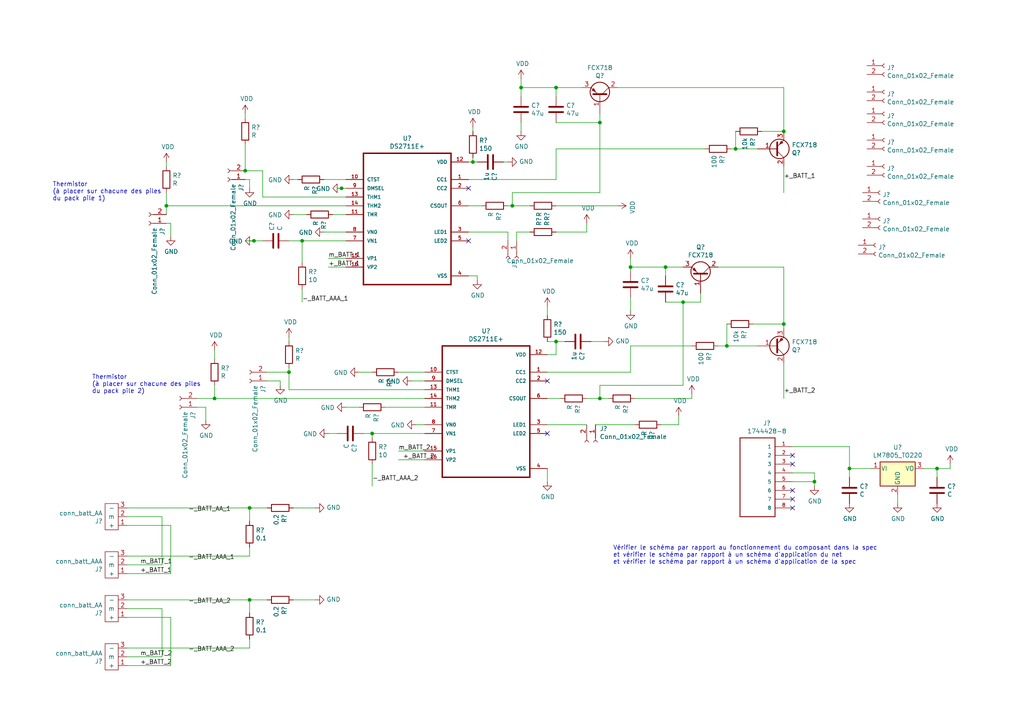
<source format=kicad_sch>
(kicad_sch (version 20211123) (generator eeschema)
  (paper "A4")
  (title_block (title "CharJules") (date "2020-01-08") (rev "V0.1") (company "F4BJH") (comment 1 "Chargeur de piles pour jouets du QRP"))
  (lib_symbols
    (symbol "Connector:Conn_01x02_Female" (pin_names (offset 1.016) hide)
      (property "Reference" "J" (at 0 2.54 0))
      (property "Value" "Conn_01x02_Female" (at 0 -5.08 0))
      (symbol "Conn_01x02_Female_1_1"
        (arc (start 0 -2.032) (mid -0.508 -2.54) (end 0 -3.048) (stroke (width 0.1524)))
        (polyline (pts (xy -1.27 -2.54) (xy -0.508 -2.54)) (stroke (width 0.1524)))
        (polyline (pts (xy -1.27 0) (xy -0.508 0)) (stroke (width 0.1524)))
        (arc (start 0 0.508) (mid -0.508 0) (end 0 -0.508) (stroke (width 0.1524)))
        (pin passive line (at -5.08 0 0) (length 3.81) (name "Pin_1") (number "1"))
        (pin passive line (at -5.08 -2.54 0) (length 3.81) (name "Pin_2") (number "2"))
      )
    )
    (symbol "Device:C" (pin_numbers hide) (pin_names (offset 0.254))
      (property "Reference" "C" (at 0.635 2.54 0))
      (property "Value" "C" (at 0.635 -2.54 0))
      (symbol "C_0_1"
        (polyline (pts (xy -2.032 -0.762) (xy 2.032 -0.762)) (stroke (width 0.508)))
        (polyline (pts (xy -2.032 0.762) (xy 2.032 0.762)) (stroke (width 0.508)))
      )
      (symbol "C_1_1"
        (pin passive line (at 0 3.81 270) (length 2.794) (name "~") (number "1"))
        (pin passive line (at 0 -3.81 90) (length 2.794) (name "~") (number "2"))
      )
    )
    (symbol "Device:R" (pin_numbers hide) (pin_names (offset 0))
      (property "Reference" "R" (at 2.032 0 90))
      (property "Value" "R" (at 0 0 90))
      (symbol "R_0_1"
        (rectangle (start -1.016 -2.54) (end 1.016 2.54) (stroke (width 0.254)))
      )
      (symbol "R_1_1"
        (pin passive line (at 0 3.81 270) (length 1.27) (name "~") (number "1"))
        (pin passive line (at 0 -3.81 90) (length 1.27) (name "~") (number "2"))
      )
    )
    (symbol "Regulator_Linear:LM7805_TO220" (pin_names (offset 0.254))
      (property "Reference" "U" (at -3.81 3.175 0))
      (property "Value" "LM7805_TO220" (at 0 3.175 0))
      (symbol "LM7805_TO220_0_1"
        (rectangle (start -5.08 1.905) (end 5.08 -5.08) (stroke (width 0.254)) (fill (type background)))
      )
      (symbol "LM7805_TO220_1_1"
        (pin power_in line (at -7.62 0 0) (length 2.54) (name "VI") (number "1"))
        (pin power_in line (at 0 -7.62 90) (length 2.54) (name "GND") (number "2"))
        (pin power_out line (at 7.62 0 180) (length 2.54) (name "VO") (number "3"))
      )
    )
    (symbol "charjules-rescue:1744428-8-f4bjh" (pin_names (offset 1.016))
      (property "Reference" "J" (at -5.588 12.7 0))
      (property "Value" "1744428-8-f4bjh" (at -5.08 -12.7 0))
      (symbol "1744428-8-f4bjh_0_0"
        (polyline (pts (xy -5.08 -10.16) (xy -5.08 12.7)) (stroke (width 0.254)))
        (polyline (pts (xy -5.08 12.7) (xy 5.08 12.7)) (stroke (width 0.254)))
        (polyline (pts (xy 5.08 -10.16) (xy -5.08 -10.16)) (stroke (width 0.254)))
        (polyline (pts (xy 5.08 12.7) (xy 5.08 -10.16)) (stroke (width 0.254)))
        (pin passive line (at -10.16 10.16 0) (length 5.08) (name "1") (number "1"))
        (pin passive line (at -10.16 7.62 0) (length 5.08) (name "2") (number "2"))
        (pin passive line (at -10.16 5.08 0) (length 5.08) (name "3") (number "3"))
        (pin passive line (at -10.16 2.54 0) (length 5.08) (name "4") (number "4"))
        (pin passive line (at -10.16 0 0) (length 5.08) (name "5") (number "5"))
        (pin passive line (at -10.16 -2.54 0) (length 5.08) (name "6") (number "6"))
        (pin passive line (at -10.16 -5.08 0) (length 5.08) (name "7") (number "7"))
        (pin passive line (at -10.16 -7.62 0) (length 5.08) (name "8") (number "8"))
      )
    )
    (symbol "charjules-rescue:DS2711E+-f4bjh" (pin_names (offset 1.016))
      (property "Reference" "U" (at -12.7 21.3106 0))
      (property "Value" "DS2711E+-f4bjh" (at -12.7 -21.7678 0))
      (symbol "DS2711E+-f4bjh_0_0"
        (polyline (pts (xy -12.7 -17.78) (xy -12.7 20.32)) (stroke (width 0.4064)))
        (polyline (pts (xy -12.7 20.32) (xy 12.7 20.32)) (stroke (width 0.4064)))
        (polyline (pts (xy 12.7 -17.78) (xy -12.7 -17.78)) (stroke (width 0.4064)))
        (polyline (pts (xy 12.7 20.32) (xy 12.7 -17.78)) (stroke (width 0.4064)))
        (pin output line (at 17.78 12.7 180) (length 5.08) (name "CC1") (number "1"))
        (pin input line (at -17.78 12.7 0) (length 5.08) (name "CTST") (number "10"))
        (pin input line (at -17.78 2.54 0) (length 5.08) (name "TMR") (number "11"))
        (pin power_in line (at 17.78 17.78 180) (length 5.08) (name "VDD") (number "12"))
        (pin input line (at -17.78 7.62 0) (length 5.08) (name "THM1") (number "13"))
        (pin input line (at -17.78 5.08 0) (length 5.08) (name "THM2") (number "14"))
        (pin input line (at -17.78 -10.16 0) (length 5.08) (name "VP1") (number "15"))
        (pin input line (at -17.78 -12.7 0) (length 5.08) (name "VP2") (number "16"))
        (pin output line (at 17.78 10.16 180) (length 5.08) (name "CC2") (number "2"))
        (pin output line (at 17.78 -2.54 180) (length 5.08) (name "LED1") (number "3"))
        (pin power_in line (at 17.78 -15.24 180) (length 5.08) (name "VSS") (number "4"))
        (pin output line (at 17.78 -5.08 180) (length 5.08) (name "LED2") (number "5"))
        (pin output line (at 17.78 5.08 180) (length 5.08) (name "CSOUT") (number "6"))
        (pin input line (at -17.78 -5.08 0) (length 5.08) (name "VN1") (number "7"))
        (pin input line (at -17.78 -2.54 0) (length 5.08) (name "VN0") (number "8"))
        (pin input line (at -17.78 10.16 0) (length 5.08) (name "DMSEL") (number "9"))
      )
    )
    (symbol "charjules-rescue:FCX718-f4bjh" (pin_names (offset 0) hide)
      (property "Reference" "Q" (at 5.08 1.27 0))
      (property "Value" "FCX718-f4bjh" (at 5.08 -1.27 0))
      (symbol "FCX718-f4bjh_0_1"
        (polyline (pts (xy 0.635 0.635) (xy 2.54 2.54)))
        (polyline (pts (xy 0.635 -0.635) (xy 2.54 -2.54) (xy 2.54 -2.54)))
        (polyline (pts (xy 0.635 1.905) (xy 0.635 -1.905) (xy 0.635 -1.905)) (stroke (width 0.508)))
        (polyline (pts (xy 2.286 -1.778) (xy 1.778 -2.286) (xy 1.27 -1.27) (xy 2.286 -1.778) (xy 2.286 -1.778)) (fill (type outline)))
        (circle (center 1.27 0) (radius 2.8194) (stroke (width 0.254)))
      )
      (symbol "FCX718-f4bjh_1_1"
        (pin input line (at -5.08 0 0) (length 5.715) (name "B") (number "1"))
        (pin passive line (at 2.54 5.08 270) (length 2.54) (name "C") (number "2"))
        (pin passive line (at 2.54 -5.08 90) (length 2.54) (name "E") (number "3"))
      )
    )
    (symbol "charjules-rescue:conn_batt_AA-f4bjh" (pin_names (offset 1.016))
      (property "Reference" "J" (at 1.27 -10.16 0))
      (property "Value" "conn_batt_AA-f4bjh" (at 2.54 1.27 0))
      (symbol "conn_batt_AA-f4bjh_0_1"
        (rectangle (start 0 -1.27) (end 3.81 -8.89))
      )
      (symbol "conn_batt_AA-f4bjh_1_1"
        (pin passive line (at -2.54 -2.54 0) (length 2.54) (name "+") (number "1"))
        (pin passive line (at -2.54 -5.08 0) (length 2.54) (name "m") (number "2"))
        (pin passive line (at -2.54 -7.62 0) (length 2.54) (name "-") (number "3"))
      )
    )
    (symbol "charjules-rescue:conn_batt_AAA-f4bjh" (pin_names (offset 1.016))
      (property "Reference" "J" (at 1.27 -10.16 0))
      (property "Value" "conn_batt_AAA-f4bjh" (at 2.54 1.27 0))
      (symbol "conn_batt_AAA-f4bjh_0_1"
        (rectangle (start 0 -1.27) (end 3.81 -8.89))
      )
      (symbol "conn_batt_AAA-f4bjh_1_1"
        (pin passive line (at -2.54 -2.54 0) (length 2.54) (name "+") (number "1"))
        (pin passive line (at -2.54 -5.08 0) (length 2.54) (name "m") (number "2"))
        (pin passive line (at -2.54 -7.62 0) (length 2.54) (name "-") (number "3"))
      )
    )
    (symbol "power:GND" (power) (pin_names (offset 0))
      (property "Value" "GND" (at 0 -3.81 0))
      (symbol "GND_0_1"
        (polyline (pts (xy 0 0) (xy 0 -1.27) (xy 1.27 -1.27) (xy 0 -2.54) (xy -1.27 -1.27) (xy 0 -1.27)))
      )
      (symbol "GND_1_1"
        (pin power_in line (at 0 0 270) (length 0) hide (name "GND") (number "1"))
      )
    )
    (symbol "power:VDD" (power) (pin_names (offset 0))
      (property "Value" "VDD" (at 0 3.81 0))
      (symbol "VDD_0_1"
        (polyline (pts (xy -0.762 1.27) (xy 0 2.54)))
        (polyline (pts (xy 0 0) (xy 0 2.54)))
        (polyline (pts (xy 0 2.54) (xy 0.762 1.27)))
      )
      (symbol "VDD_1_1"
        (pin power_in line (at 0 0 90) (length 0) hide (name "VDD") (number "1"))
      )
    )
  )
  (junction (at 72.39 147.32))
  (junction (at 62.23 115.57))
  (junction (at 213.36 43.18))
  (junction (at 161.29 99.06))
  (junction (at 271.78 135.89))
  (junction (at 72.39 173.99))
  (junction (at 107.95 125.73))
  (junction (at 236.22 139.7))
  (junction (at 198.12 87.63))
  (junction (at 227.33 38.1))
  (junction (at 246.38 135.89))
  (junction (at 193.04 77.47))
  (junction (at 148.59 59.69))
  (junction (at 151.13 25.4))
  (junction (at 71.12 49.53))
  (junction (at 227.33 93.98))
  (junction (at 87.63 69.85))
  (junction (at 210.82 100.33))
  (junction (at 99.06 54.61))
  (junction (at 182.88 77.47))
  (junction (at 48.26 59.69))
  (junction (at 137.16 46.99))
  (junction (at 73.66 69.85))
  (junction (at 173.99 35.56))
  (junction (at 161.29 25.4))
  (junction (at 83.82 107.95))
  (junction (at 173.99 115.57))
  (no_connect (at 135.89 54.61))
  (no_connect (at 158.75 125.73))
  (no_connect (at 229.87 132.08))
  (no_connect (at 229.87 144.78))
  (no_connect (at 135.89 69.85))
  (no_connect (at 229.87 147.32))
  (no_connect (at 229.87 142.24))
  (no_connect (at 158.75 110.49))
  (no_connect (at 229.87 134.62))
  (wire (pts (xy 49.53 179.07) (xy 49.53 193.04)))
  (wire (pts (xy 85.09 62.23) (xy 88.9 62.23)))
  (wire (pts (xy 115.57 107.95) (xy 123.19 107.95)))
  (wire (pts (xy 59.69 118.11) (xy 59.69 121.92)))
  (wire (pts (xy 191.77 123.19) (xy 196.85 123.19)))
  (wire (pts (xy 149.86 69.85) (xy 149.86 67.31)))
  (wire (pts (xy 267.97 135.89) (xy 271.78 135.89)))
  (wire (pts (xy 57.15 115.57) (xy 62.23 115.57)))
  (wire (pts (xy 193.04 87.63) (xy 198.12 87.63)))
  (wire (pts (xy 158.75 107.95) (xy 182.88 107.95)))
  (wire (pts (xy 170.18 115.57) (xy 173.99 115.57)))
  (wire (pts (xy 36.83 161.29) (xy 72.39 161.29)))
  (wire (pts (xy 179.07 25.4) (xy 227.33 25.4)))
  (wire (pts (xy 227.33 93.98) (xy 227.33 95.25)))
  (wire (pts (xy 229.87 129.54) (xy 246.38 129.54)))
  (wire (pts (xy 182.88 77.47) (xy 182.88 78.74)))
  (wire (pts (xy 46.99 149.86) (xy 46.99 163.83)))
  (wire (pts (xy 71.12 33.02) (xy 71.12 34.29)))
  (wire (pts (xy 227.33 105.41) (xy 227.33 115.57)))
  (wire (pts (xy 173.99 35.56) (xy 173.99 55.88)))
  (wire (pts (xy 105.41 125.73) (xy 107.95 125.73)))
  (wire (pts (xy 158.75 135.89) (xy 158.75 139.7)))
  (wire (pts (xy 107.95 127) (xy 107.95 125.73)))
  (wire (pts (xy 161.29 59.69) (xy 179.07 59.69)))
  (wire (pts (xy 100.33 118.11) (xy 104.14 118.11)))
  (wire (pts (xy 46.99 176.53) (xy 46.99 190.5)))
  (wire (pts (xy 173.99 115.57) (xy 176.53 115.57)))
  (wire (pts (xy 210.82 93.98) (xy 210.82 100.33)))
  (wire (pts (xy 76.2 57.15) (xy 76.2 49.53)))
  (wire (pts (xy 72.39 173.99) (xy 72.39 177.8)))
  (wire (pts (xy 182.88 107.95) (xy 182.88 100.33)))
  (wire (pts (xy 83.82 107.95) (xy 83.82 113.03)))
  (wire (pts (xy 229.87 139.7) (xy 236.22 139.7)))
  (wire (pts (xy 158.75 102.87) (xy 161.29 102.87)))
  (wire (pts (xy 161.29 99.06) (xy 163.83 99.06)))
  (wire (pts (xy 193.04 77.47) (xy 198.12 77.47)))
  (wire (pts (xy 123.19 130.81) (xy 115.57 130.81)))
  (wire (pts (xy 62.23 115.57) (xy 62.23 111.76)))
  (wire (pts (xy 149.86 67.31) (xy 153.67 67.31)))
  (wire (pts (xy 72.39 52.07) (xy 72.39 54.61)))
  (wire (pts (xy 36.83 187.96) (xy 72.39 187.96)))
  (wire (pts (xy 229.87 137.16) (xy 236.22 137.16)))
  (wire (pts (xy 246.38 135.89) (xy 252.73 135.89)))
  (wire (pts (xy 182.88 74.93) (xy 182.88 77.47)))
  (wire (pts (xy 36.83 173.99) (xy 72.39 173.99)))
  (wire (pts (xy 48.26 59.69) (xy 100.33 59.69)))
  (wire (pts (xy 227.33 77.47) (xy 227.33 93.98)))
  (wire (pts (xy 200.66 115.57) (xy 200.66 114.3)))
  (wire (pts (xy 76.2 49.53) (xy 71.12 49.53)))
  (wire (pts (xy 198.12 111.76) (xy 198.12 87.63)))
  (wire (pts (xy 135.89 52.07) (xy 161.29 52.07)))
  (wire (pts (xy 96.52 62.23) (xy 100.33 62.23)))
  (wire (pts (xy 104.14 107.95) (xy 107.95 107.95)))
  (wire (pts (xy 49.53 152.4) (xy 49.53 166.37)))
  (wire (pts (xy 212.09 43.18) (xy 213.36 43.18)))
  (wire (pts (xy 161.29 52.07) (xy 161.29 43.18)))
  (wire (pts (xy 147.32 59.69) (xy 148.59 59.69)))
  (wire (pts (xy 193.04 80.01) (xy 193.04 77.47)))
  (wire (pts (xy 148.59 55.88) (xy 173.99 55.88)))
  (wire (pts (xy 85.09 173.99) (xy 91.44 173.99)))
  (wire (pts (xy 151.13 25.4) (xy 161.29 25.4)))
  (wire (pts (xy 81.28 110.49) (xy 81.28 111.76)))
  (wire (pts (xy 57.15 118.11) (xy 59.69 118.11)))
  (wire (pts (xy 158.75 123.19) (xy 170.18 123.19)))
  (wire (pts (xy 182.88 86.36) (xy 182.88 90.17)))
  (wire (pts (xy 161.29 25.4) (xy 168.91 25.4)))
  (wire (pts (xy 184.15 115.57) (xy 200.66 115.57)))
  (wire (pts (xy 246.38 129.54) (xy 246.38 135.89)))
  (wire (pts (xy 95.25 74.93) (xy 100.33 74.93)))
  (wire (pts (xy 123.19 133.35) (xy 115.57 133.35)))
  (wire (pts (xy 111.76 118.11) (xy 123.19 118.11)))
  (wire (pts (xy 146.05 46.99) (xy 147.32 46.99)))
  (wire (pts (xy 120.65 123.19) (xy 123.19 123.19)))
  (wire (pts (xy 171.45 99.06) (xy 175.26 99.06)))
  (wire (pts (xy 170.18 67.31) (xy 170.18 64.77)))
  (wire (pts (xy 213.36 38.1) (xy 213.36 43.18)))
  (wire (pts (xy 148.59 59.69) (xy 153.67 59.69)))
  (wire (pts (xy 246.38 138.43) (xy 246.38 135.89)))
  (wire (pts (xy 36.83 147.32) (xy 72.39 147.32)))
  (wire (pts (xy 107.95 134.62) (xy 107.95 140.97)))
  (wire (pts (xy 203.2 87.63) (xy 203.2 85.09)))
  (wire (pts (xy 87.63 69.85) (xy 100.33 69.85)))
  (wire (pts (xy 87.63 76.2) (xy 87.63 69.85)))
  (wire (pts (xy 85.09 147.32) (xy 91.44 147.32)))
  (wire (pts (xy 46.99 176.53) (xy 36.83 176.53)))
  (wire (pts (xy 73.66 69.85) (xy 71.12 69.85)))
  (wire (pts (xy 77.47 107.95) (xy 83.82 107.95)))
  (wire (pts (xy 227.33 25.4) (xy 227.33 38.1)))
  (wire (pts (xy 93.98 67.31) (xy 100.33 67.31)))
  (wire (pts (xy 213.36 43.18) (xy 219.71 43.18)))
  (wire (pts (xy 135.89 59.69) (xy 139.7 59.69)))
  (wire (pts (xy 138.43 80.01) (xy 138.43 81.28)))
  (wire (pts (xy 275.59 135.89) (xy 275.59 134.62)))
  (wire (pts (xy 72.39 173.99) (xy 77.47 173.99)))
  (wire (pts (xy 72.39 161.29) (xy 72.39 158.75)))
  (wire (pts (xy 137.16 46.99) (xy 138.43 46.99)))
  (wire (pts (xy 72.39 187.96) (xy 72.39 185.42)))
  (wire (pts (xy 208.28 100.33) (xy 210.82 100.33)))
  (wire (pts (xy 49.53 179.07) (xy 36.83 179.07)))
  (wire (pts (xy 236.22 139.7) (xy 236.22 140.97)))
  (wire (pts (xy 62.23 115.57) (xy 123.19 115.57)))
  (wire (pts (xy 210.82 100.33) (xy 219.71 100.33)))
  (wire (pts (xy 46.99 149.86) (xy 36.83 149.86)))
  (wire (pts (xy 148.59 59.69) (xy 148.59 55.88)))
  (wire (pts (xy 173.99 111.76) (xy 198.12 111.76)))
  (wire (pts (xy 208.28 77.47) (xy 227.33 77.47)))
  (wire (pts (xy 48.26 46.99) (xy 48.26 48.26)))
  (wire (pts (xy 100.33 77.47) (xy 95.25 77.47)))
  (wire (pts (xy 83.82 69.85) (xy 87.63 69.85)))
  (wire (pts (xy 158.75 99.06) (xy 161.29 99.06)))
  (wire (pts (xy 151.13 35.56) (xy 151.13 38.1)))
  (wire (pts (xy 260.35 143.51) (xy 260.35 146.05)))
  (wire (pts (xy 49.53 64.77) (xy 49.53 68.58)))
  (wire (pts (xy 46.99 163.83) (xy 36.83 163.83)))
  (wire (pts (xy 196.85 123.19) (xy 196.85 120.65)))
  (wire (pts (xy 147.32 69.85) (xy 147.32 67.31)))
  (wire (pts (xy 158.75 88.9) (xy 158.75 91.44)))
  (wire (pts (xy 72.39 147.32) (xy 77.47 147.32)))
  (wire (pts (xy 227.33 48.26) (xy 227.33 55.88)))
  (wire (pts (xy 93.98 52.07) (xy 100.33 52.07)))
  (wire (pts (xy 48.26 62.23) (xy 48.26 59.69)))
  (wire (pts (xy 48.26 55.88) (xy 48.26 59.69)))
  (wire (pts (xy 271.78 138.43) (xy 271.78 135.89)))
  (wire (pts (xy 72.39 147.32) (xy 72.39 151.13)))
  (wire (pts (xy 218.44 93.98) (xy 227.33 93.98)))
  (wire (pts (xy 161.29 43.18) (xy 204.47 43.18)))
  (wire (pts (xy 158.75 115.57) (xy 162.56 115.57)))
  (wire (pts (xy 147.32 67.31) (xy 135.89 67.31)))
  (wire (pts (xy 172.72 123.19) (xy 184.15 123.19)))
  (wire (pts (xy 236.22 137.16) (xy 236.22 139.7)))
  (wire (pts (xy 151.13 22.86) (xy 151.13 25.4)))
  (wire (pts (xy 99.06 54.61) (xy 100.33 54.61)))
  (wire (pts (xy 137.16 38.1) (xy 137.16 36.83)))
  (wire (pts (xy 97.79 54.61) (xy 99.06 54.61)))
  (wire (pts (xy 161.29 102.87) (xy 161.29 99.06)))
  (wire (pts (xy 151.13 27.94) (xy 151.13 25.4)))
  (wire (pts (xy 62.23 104.14) (xy 62.23 101.6)))
  (wire (pts (xy 198.12 87.63) (xy 203.2 87.63)))
  (wire (pts (xy 100.33 57.15) (xy 76.2 57.15)))
  (wire (pts (xy 161.29 35.56) (xy 173.99 35.56)))
  (wire (pts (xy 135.89 46.99) (xy 137.16 46.99)))
  (wire (pts (xy 182.88 100.33) (xy 200.66 100.33)))
  (wire (pts (xy 161.29 27.94) (xy 161.29 25.4)))
  (wire (pts (xy 119.38 110.49) (xy 123.19 110.49)))
  (wire (pts (xy 49.53 166.37) (xy 36.83 166.37)))
  (wire (pts (xy 71.12 41.91) (xy 71.12 49.53)))
  (wire (pts (xy 220.98 38.1) (xy 227.33 38.1)))
  (wire (pts (xy 83.82 106.68) (xy 83.82 107.95)))
  (wire (pts (xy 85.09 52.07) (xy 86.36 52.07)))
  (wire (pts (xy 49.53 152.4) (xy 36.83 152.4)))
  (wire (pts (xy 161.29 67.31) (xy 170.18 67.31)))
  (wire (pts (xy 182.88 77.47) (xy 193.04 77.47)))
  (wire (pts (xy 48.26 64.77) (xy 49.53 64.77)))
  (wire (pts (xy 49.53 193.04) (xy 36.83 193.04)))
  (wire (pts (xy 83.82 113.03) (xy 123.19 113.03)))
  (wire (pts (xy 71.12 52.07) (xy 72.39 52.07)))
  (wire (pts (xy 173.99 115.57) (xy 173.99 111.76)))
  (wire (pts (xy 135.89 80.01) (xy 138.43 80.01)))
  (wire (pts (xy 107.95 125.73) (xy 123.19 125.73)))
  (wire (pts (xy 137.16 45.72) (xy 137.16 46.99)))
  (wire (pts (xy 271.78 135.89) (xy 275.59 135.89)))
  (wire (pts (xy 46.99 190.5) (xy 36.83 190.5)))
  (wire (pts (xy 95.25 125.73) (xy 97.79 125.73)))
  (wire (pts (xy 173.99 35.56) (xy 173.99 33.02)))
  (wire (pts (xy 87.63 83.82) (xy 87.63 87.63)))
  (wire (pts (xy 77.47 110.49) (xy 81.28 110.49)))
  (wire (pts (xy 76.2 69.85) (xy 73.66 69.85)))
  (wire (pts (xy 83.82 99.06) (xy 83.82 97.79)))
  (text "Vérifier le schéma par rapport au fonctionnement du composant dans la spec\net vérifier le schéma par rapport à un schéma d'application du net\net vérifier le schéma par rapport à un schéma d'application de la spec" (at 177.8 163.83 0) (effects (font (size 1.27 1.27)) (justify left bottom)))
  (text "Thermistor \n(à placer sur chacune des piles\ndu pack pile 1)" (at 15.24 58.42 0) (effects (font (size 1.27 1.27)) (justify left bottom)))
  (text "Thermistor \n(à placer sur chacune des piles\ndu pack pile 2)" (at 26.67 114.3 0) (effects (font (size 1.27 1.27)) (justify left bottom)))
  (label "-_BATT_AAA_1" (at 87.63 87.63 0))
  (label "-_BATT_AA_2" (at 54.61 175.26 0))
  (label "+_BATT_1" (at 227.33 52.07 0))
  (label "-_BATT_AAA_2" (at 107.95 139.7 0))
  (label "-_BATT_AAA_1" (at 54.61 162.56 0))
  (label "+_BATT_2" (at 227.33 114.3 0))
  (label "m_BATT_1" (at 40.64 163.83 0))
  (label "m_BATT_2" (at 40.64 190.5 0))
  (label "-_BATT_AA_1" (at 54.61 148.59 0))
  (label "+_BATT_2" (at 116.84 133.35 0))
  (label "+_BATT_1" (at 40.64 166.37 0))
  (label "+_BATT_2" (at 40.64 193.04 0))
  (label "m_BATT_1" (at 95.25 74.93 0))
  (label "+_BATT_1" (at 95.25 77.47 0))
  (label "m_BATT_2" (at 115.57 130.81 0))
  (label "-_BATT_AAA_2" (at 54.61 189.23 0))
  (symbol (lib_id "charjules-rescue:DS2711E+-f4bjh") (at 118.11 64.77 0) (unit 1)
    (property "Reference" "U?" (at 118.11 40.132 0))
    (property "Value" "DS2711E+" (at 118.11 42.4434 0))
    (property "Footprint" "SOP65P640X110-16N" (effects hide))
    (property "Datasheet" "TSSOP-16 Maxim" (effects hide))
    (property "Champ4" "Maxim Integrated" (effects hide))
    (property "Champ5" "Charger IC Multi-Chemistry 16-TSSOP" (effects hide))
    (property "Champ6" "DS2711E+-ND" (effects hide))
    (property "Champ7" "DS2711E+" (effects hide))
    (property "Champ8" "https://www.digikey.in/product-detail/en/maxim-integrated/DS2711E-/DS2711E--ND/1197468?utm_source=snapeda&utm_medium=aggregator&utm_campaign=symbol" (effects hide))
  )
  (symbol (lib_id "charjules-rescue:DS2711E+-f4bjh") (at 140.97 120.65 0) (unit 1)
    (property "Reference" "U?" (at 140.97 96.012 0))
    (property "Value" "DS2711E+" (at 140.97 98.3234 0))
    (property "Footprint" "SOP65P640X110-16N" (effects hide))
    (property "Datasheet" "TSSOP-16 Maxim" (effects hide))
    (property "Champ4" "Maxim Integrated" (effects hide))
    (property "Champ5" "Charger IC Multi-Chemistry 16-TSSOP" (effects hide))
    (property "Champ6" "DS2711E+-ND" (effects hide))
    (property "Champ7" "DS2711E+" (effects hide))
    (property "Champ8" "https://www.digikey.in/product-detail/en/maxim-integrated/DS2711E-/DS2711E--ND/1197468?utm_source=snapeda&utm_medium=aggregator&utm_campaign=symbol" (effects hide))
  )
  (symbol (lib_id "Device:R") (at 137.16 41.91 0) (unit 1)
    (property "Reference" "R?" (at 138.938 40.7416 0) (effects (justify left)))
    (property "Value" "150" (at 138.938 43.053 0) (effects (justify left)))
  )
  (symbol (lib_id "Device:R") (at 87.63 80.01 0) (unit 1)
    (property "Reference" "R?" (at 89.408 78.8416 0) (effects (justify left)))
    (property "Value" "10" (at 89.408 81.153 0) (effects (justify left)))
  )
  (symbol (lib_id "Device:R") (at 92.71 62.23 270) (unit 1)
    (property "Reference" "R?" (at 93.8784 64.008 0) (effects (justify left)))
    (property "Value" "R" (at 91.567 64.008 0) (effects (justify left)))
  )
  (symbol (lib_id "Device:R") (at 90.17 52.07 270) (unit 1)
    (property "Reference" "R?" (at 91.3384 53.848 0) (effects (justify left)))
    (property "Value" "R" (at 89.027 53.848 0) (effects (justify left)))
  )
  (symbol (lib_id "Device:R") (at 71.12 38.1 0) (unit 1)
    (property "Reference" "R?" (at 72.898 36.9316 0) (effects (justify left)))
    (property "Value" "R" (at 72.898 39.243 0) (effects (justify left)))
  )
  (symbol (lib_id "Device:R") (at 48.26 52.07 0) (unit 1)
    (property "Reference" "R?" (at 50.038 50.9016 0) (effects (justify left)))
    (property "Value" "R" (at 50.038 53.213 0) (effects (justify left)))
  )
  (symbol (lib_id "Device:R") (at 157.48 67.31 90) (unit 1)
    (property "Reference" "R?" (at 156.3116 65.532 0) (effects (justify left)))
    (property "Value" "R" (at 158.623 65.532 0) (effects (justify left)))
  )
  (symbol (lib_id "Device:R") (at 157.48 59.69 270) (unit 1)
    (property "Reference" "R?" (at 158.6484 61.468 0) (effects (justify left)))
    (property "Value" "R" (at 156.337 61.468 0) (effects (justify left)))
  )
  (symbol (lib_id "Device:R") (at 143.51 59.69 270) (unit 1)
    (property "Reference" "R?" (at 144.6784 61.468 0) (effects (justify left)))
    (property "Value" "R" (at 142.367 61.468 0) (effects (justify left)))
  )
  (symbol (lib_id "Device:R") (at 217.17 38.1 270) (unit 1)
    (property "Reference" "R?" (at 218.3384 39.878 0) (effects (justify left)))
    (property "Value" "10k" (at 216.027 39.878 0) (effects (justify left)))
  )
  (symbol (lib_id "Device:R") (at 208.28 43.18 270) (unit 1)
    (property "Reference" "R?" (at 209.4484 44.958 0) (effects (justify left)))
    (property "Value" "100" (at 207.137 44.958 0) (effects (justify left)))
  )
  (symbol (lib_id "Device:R") (at 72.39 154.94 0) (unit 1)
    (property "Reference" "R?" (at 74.168 153.7716 0) (effects (justify left)))
    (property "Value" "0.1" (at 74.168 156.083 0) (effects (justify left)))
  )
  (symbol (lib_id "Device:R") (at 81.28 147.32 270) (unit 1)
    (property "Reference" "R?" (at 82.4484 149.098 0) (effects (justify left)))
    (property "Value" "0.2" (at 80.137 149.098 0) (effects (justify left)))
  )
  (symbol (lib_id "Device:R") (at 204.47 100.33 270) (unit 1)
    (property "Reference" "R?" (at 205.6384 102.108 0) (effects (justify left)))
    (property "Value" "100" (at 203.327 102.108 0) (effects (justify left)))
  )
  (symbol (lib_id "Device:R") (at 180.34 115.57 270) (unit 1)
    (property "Reference" "R?" (at 181.5084 117.348 0) (effects (justify left)))
    (property "Value" "R" (at 179.197 117.348 0) (effects (justify left)))
  )
  (symbol (lib_id "Device:R") (at 83.82 102.87 0) (unit 1)
    (property "Reference" "R?" (at 85.598 101.7016 0) (effects (justify left)))
    (property "Value" "R" (at 85.598 104.013 0) (effects (justify left)))
  )
  (symbol (lib_id "Device:R") (at 62.23 107.95 0) (unit 1)
    (property "Reference" "R?" (at 64.008 106.7816 0) (effects (justify left)))
    (property "Value" "R" (at 64.008 109.093 0) (effects (justify left)))
  )
  (symbol (lib_id "Device:R") (at 214.63 93.98 270) (unit 1)
    (property "Reference" "R?" (at 215.7984 95.758 0) (effects (justify left)))
    (property "Value" "10k" (at 213.487 95.758 0) (effects (justify left)))
  )
  (symbol (lib_id "Device:R") (at 158.75 95.25 0) (unit 1)
    (property "Reference" "R?" (at 160.528 94.0816 0) (effects (justify left)))
    (property "Value" "150" (at 160.528 96.393 0) (effects (justify left)))
  )
  (symbol (lib_id "Device:R") (at 166.37 115.57 270) (unit 1)
    (property "Reference" "R?" (at 167.5384 117.348 0) (effects (justify left)))
    (property "Value" "R" (at 165.227 117.348 0) (effects (justify left)))
  )
  (symbol (lib_id "Device:R") (at 187.96 123.19 270) (unit 1)
    (property "Reference" "R?" (at 189.1284 124.968 0) (effects (justify left)))
    (property "Value" "R" (at 186.817 124.968 0) (effects (justify left)))
  )
  (symbol (lib_id "Device:R") (at 107.95 118.11 270) (unit 1)
    (property "Reference" "R?" (at 109.1184 119.888 0) (effects (justify left)))
    (property "Value" "R" (at 106.807 119.888 0) (effects (justify left)))
  )
  (symbol (lib_id "Device:R") (at 107.95 130.81 0) (unit 1)
    (property "Reference" "R?" (at 109.728 129.6416 0) (effects (justify left)))
    (property "Value" "10" (at 109.728 131.953 0) (effects (justify left)))
  )
  (symbol (lib_id "Device:R") (at 111.76 107.95 270) (unit 1)
    (property "Reference" "R?" (at 112.9284 109.728 0) (effects (justify left)))
    (property "Value" "R" (at 110.617 109.728 0) (effects (justify left)))
  )
  (symbol (lib_id "charjules-rescue:FCX718-f4bjh") (at 173.99 27.94 270) (mirror x) (unit 1)
    (property "Reference" "Q?" (at 173.99 21.971 90))
    (property "Value" "FCX718" (at 173.99 19.6596 90))
  )
  (symbol (lib_id "power:GND") (at 138.43 81.28 0) (unit 1)
    (property "Reference" "#PWR?" (effects hide))
    (property "Value" "GND" (at 138.557 85.6742 0))
  )
  (symbol (lib_id "power:GND") (at 158.75 139.7 0) (unit 1)
    (property "Reference" "#PWR?" (effects hide))
    (property "Value" "GND" (at 158.877 144.0942 0))
  )
  (symbol (lib_id "charjules-rescue:FCX718-f4bjh") (at 224.79 43.18 0) (mirror x) (unit 1)
    (property "Reference" "Q?" (at 229.6414 44.3484 0) (effects (justify left)))
    (property "Value" "FCX718" (at 229.6414 42.037 0) (effects (justify left)))
  )
  (symbol (lib_id "power:VDD") (at 137.16 36.83 0) (unit 1)
    (property "Reference" "#PWR?" (effects hide))
    (property "Value" "VDD" (at 137.5918 32.4358 0))
  )
  (symbol (lib_id "power:VDD") (at 158.75 88.9 0) (unit 1)
    (property "Reference" "#PWR?" (effects hide))
    (property "Value" "VDD" (at 159.1818 84.5058 0))
  )
  (symbol (lib_id "Device:C") (at 182.88 82.55 0) (unit 1)
    (property "Reference" "C?" (at 185.801 81.3816 0) (effects (justify left)))
    (property "Value" "47u" (at 185.801 83.693 0) (effects (justify left)))
  )
  (symbol (lib_id "Device:C") (at 193.04 83.82 0) (unit 1)
    (property "Reference" "C?" (at 195.961 82.6516 0) (effects (justify left)))
    (property "Value" "47u" (at 195.961 84.963 0) (effects (justify left)))
  )
  (symbol (lib_id "Device:C") (at 167.64 99.06 270) (unit 1)
    (property "Reference" "C?" (at 168.8084 101.981 0) (effects (justify left)))
    (property "Value" "1u" (at 166.497 101.981 0) (effects (justify left)))
  )
  (symbol (lib_id "Device:C") (at 101.6 125.73 270) (unit 1)
    (property "Reference" "C?" (at 102.7684 128.651 0) (effects (justify left)))
    (property "Value" "C" (at 100.457 128.651 0) (effects (justify left)))
  )
  (symbol (lib_id "charjules-rescue:FCX718-f4bjh") (at 224.79 100.33 0) (mirror x) (unit 1)
    (property "Reference" "Q?" (at 229.6414 101.4984 0) (effects (justify left)))
    (property "Value" "FCX718" (at 229.6414 99.187 0) (effects (justify left)))
  )
  (symbol (lib_id "Device:C") (at 271.78 142.24 0) (unit 1)
    (property "Reference" "C?" (at 274.701 141.0716 0) (effects (justify left)))
    (property "Value" "C" (at 274.701 143.383 0) (effects (justify left)))
  )
  (symbol (lib_id "charjules-rescue:FCX718-f4bjh") (at 203.2 80.01 270) (mirror x) (unit 1)
    (property "Reference" "Q?" (at 203.2 71.6788 90))
    (property "Value" "FCX718" (at 203.2 73.9902 90))
  )
  (symbol (lib_id "Device:C") (at 161.29 31.75 0) (unit 1)
    (property "Reference" "C?" (at 164.211 30.5816 0) (effects (justify left)))
    (property "Value" "47u" (at 164.211 32.893 0) (effects (justify left)))
  )
  (symbol (lib_id "Device:C") (at 142.24 46.99 270) (unit 1)
    (property "Reference" "C?" (at 143.4084 49.911 0) (effects (justify left)))
    (property "Value" "1u" (at 141.097 49.911 0) (effects (justify left)))
  )
  (symbol (lib_id "Device:C") (at 80.01 69.85 90) (unit 1)
    (property "Reference" "C?" (at 78.8416 66.929 0) (effects (justify left)))
    (property "Value" "C" (at 81.153 66.929 0) (effects (justify left)))
  )
  (symbol (lib_id "Device:C") (at 151.13 31.75 0) (unit 1)
    (property "Reference" "C?" (at 154.051 30.5816 0) (effects (justify left)))
    (property "Value" "47u" (at 154.051 32.893 0) (effects (justify left)))
  )
  (symbol (lib_id "Device:C") (at 246.38 142.24 0) (unit 1)
    (property "Reference" "C?" (at 249.301 141.0716 0) (effects (justify left)))
    (property "Value" "C" (at 249.301 143.383 0) (effects (justify left)))
  )
  (symbol (lib_id "power:VDD") (at 151.13 22.86 0) (unit 1)
    (property "Reference" "#PWR?" (effects hide))
    (property "Value" "VDD" (at 151.5618 18.4658 0))
  )
  (symbol (lib_id "Regulator_Linear:LM7805_TO220") (at 260.35 135.89 0) (unit 1)
    (property "Reference" "U?" (at 260.35 129.7432 0))
    (property "Value" "LM7805_TO220" (at 260.35 132.0546 0))
    (property "Footprint" "Package_TO_SOT_THT:TO-220-3_Vertical" (effects hide))
    (property "Datasheet" "http://www.fairchildsemi.com/ds/LM/LM7805.pdf" (effects hide))
  )
  (symbol (lib_id "power:VDD") (at 275.59 134.62 0) (unit 1)
    (property "Reference" "#PWR?" (effects hide))
    (property "Value" "VDD" (at 276.0218 130.2258 0))
  )
  (symbol (lib_id "charjules-rescue:conn_batt_AAA-f4bjh") (at 34.29 168.91 180) (unit 1)
    (property "Reference" "J?" (at 29.7688 165.1254 0) (effects (justify left)))
    (property "Value" "conn_batt_AAA" (at 29.7688 162.814 0) (effects (justify left)))
  )
  (symbol (lib_id "charjules-rescue:conn_batt_AA-f4bjh") (at 34.29 154.94 180) (unit 1)
    (property "Reference" "J?" (at 29.7688 151.1554 0) (effects (justify left)))
    (property "Value" "conn_batt_AA" (at 29.7688 148.844 0) (effects (justify left)))
  )
  (symbol (lib_id "power:GND") (at 147.32 46.99 90) (unit 1)
    (property "Reference" "#PWR?" (effects hide))
    (property "Value" "GND" (at 150.5712 46.863 90) (effects (justify right)))
  )
  (symbol (lib_id "power:GND") (at 73.66 69.85 270) (unit 1)
    (property "Reference" "#PWR?" (effects hide))
    (property "Value" "GND" (at 70.4088 69.977 90) (effects (justify right)))
  )
  (symbol (lib_id "power:GND") (at 93.98 67.31 270) (unit 1)
    (property "Reference" "#PWR?" (effects hide))
    (property "Value" "GND" (at 90.7288 67.437 90) (effects (justify right)))
  )
  (symbol (lib_id "power:GND") (at 85.09 52.07 270) (unit 1)
    (property "Reference" "#PWR?" (effects hide))
    (property "Value" "GND" (at 81.8388 52.197 90) (effects (justify right)))
  )
  (symbol (lib_id "power:GND") (at 85.09 62.23 270) (unit 1)
    (property "Reference" "#PWR?" (effects hide))
    (property "Value" "GND" (at 81.8388 62.357 90) (effects (justify right)))
  )
  (symbol (lib_id "power:VDD") (at 48.26 46.99 0) (unit 1)
    (property "Reference" "#PWR?" (effects hide))
    (property "Value" "VDD" (at 48.6918 42.5958 0))
  )
  (symbol (lib_id "power:VDD") (at 71.12 33.02 0) (unit 1)
    (property "Reference" "#PWR?" (effects hide))
    (property "Value" "VDD" (at 71.5518 28.6258 0))
  )
  (symbol (lib_id "power:VDD") (at 170.18 64.77 0) (unit 1)
    (property "Reference" "#PWR?" (effects hide))
    (property "Value" "VDD" (at 170.6118 60.3758 0))
  )
  (symbol (lib_id "power:GND") (at 99.06 54.61 270) (unit 1)
    (property "Reference" "#PWR?" (effects hide))
    (property "Value" "GND" (at 95.8088 54.737 90) (effects (justify right)))
  )
  (symbol (lib_id "Connector:Conn_01x02_Female") (at 149.86 74.93 270) (unit 1)
    (property "Reference" "J?" (at 149.2504 75.6412 0) (effects (justify left)))
    (property "Value" "Conn_01x02_Female" (at 146.939 75.6412 90) (effects (justify left)))
  )
  (symbol (lib_id "power:GND") (at 151.13 38.1 0) (unit 1)
    (property "Reference" "#PWR?" (effects hide))
    (property "Value" "GND" (at 151.257 42.4942 0))
  )
  (symbol (lib_id "Device:R") (at 81.28 173.99 270) (unit 1)
    (property "Reference" "R?" (at 82.4484 175.768 0) (effects (justify left)))
    (property "Value" "0.2" (at 80.137 175.768 0) (effects (justify left)))
  )
  (symbol (lib_id "charjules-rescue:conn_batt_AA-f4bjh") (at 34.29 181.61 180) (unit 1)
    (property "Reference" "J?" (at 29.7688 177.8254 0) (effects (justify left)))
    (property "Value" "conn_batt_AA" (at 29.7688 175.514 0) (effects (justify left)))
  )
  (symbol (lib_id "Device:R") (at 72.39 181.61 0) (unit 1)
    (property "Reference" "R?" (at 74.168 180.4416 0) (effects (justify left)))
    (property "Value" "0.1" (at 74.168 182.753 0) (effects (justify left)))
  )
  (symbol (lib_id "charjules-rescue:conn_batt_AAA-f4bjh") (at 34.29 195.58 180) (unit 1)
    (property "Reference" "J?" (at 29.7688 191.7954 0) (effects (justify left)))
    (property "Value" "conn_batt_AAA" (at 29.7688 189.484 0) (effects (justify left)))
  )
  (symbol (lib_id "power:GND") (at 91.44 173.99 90) (unit 1)
    (property "Reference" "#PWR?" (effects hide))
    (property "Value" "GND" (at 94.6912 173.863 90) (effects (justify right)))
  )
  (symbol (lib_id "power:VDD") (at 200.66 114.3 0) (unit 1)
    (property "Reference" "#PWR?" (effects hide))
    (property "Value" "VDD" (at 201.0918 109.9058 0))
  )
  (symbol (lib_id "power:VDD") (at 179.07 59.69 270) (unit 1)
    (property "Reference" "#PWR?" (effects hide))
    (property "Value" "VDD" (at 183.4642 60.1218 0))
  )
  (symbol (lib_id "power:GND") (at 271.78 146.05 0) (unit 1)
    (property "Reference" "#PWR?" (effects hide))
    (property "Value" "GND" (at 271.907 150.4442 0))
  )
  (symbol (lib_id "power:GND") (at 246.38 146.05 0) (unit 1)
    (property "Reference" "#PWR?" (effects hide))
    (property "Value" "GND" (at 246.507 150.4442 0))
  )
  (symbol (lib_id "Connector:Conn_01x02_Female") (at 72.39 110.49 180) (unit 1)
    (property "Reference" "J?" (at 76.3016 111.7092 90) (effects (justify left)))
    (property "Value" "Conn_01x02_Female" (at 73.9902 111.7092 90) (effects (justify left)))
  )
  (symbol (lib_id "Connector:Conn_01x02_Female") (at 52.07 118.11 180) (unit 1)
    (property "Reference" "J?" (at 55.9816 119.3292 90) (effects (justify left)))
    (property "Value" "Conn_01x02_Female" (at 53.6702 119.3292 90) (effects (justify left)))
  )
  (symbol (lib_id "Connector:Conn_01x02_Female") (at 43.18 64.77 180) (unit 1)
    (property "Reference" "J?" (at 47.0916 65.9892 90) (effects (justify left)))
    (property "Value" "Conn_01x02_Female" (at 44.7802 65.9892 90) (effects (justify left)))
  )
  (symbol (lib_id "Connector:Conn_01x02_Female") (at 66.04 52.07 180) (unit 1)
    (property "Reference" "J?" (at 69.9516 53.2892 90) (effects (justify left)))
    (property "Value" "Conn_01x02_Female" (at 67.6402 53.2892 90) (effects (justify left)))
  )
  (symbol (lib_id "power:GND") (at 49.53 68.58 0) (unit 1)
    (property "Reference" "#PWR?" (effects hide))
    (property "Value" "GND" (at 49.657 72.9742 0))
  )
  (symbol (lib_id "power:GND") (at 72.39 54.61 0) (unit 1)
    (property "Reference" "#PWR?" (effects hide))
    (property "Value" "GND" (at 72.517 59.0042 0))
  )
  (symbol (lib_id "power:GND") (at 81.28 111.76 0) (unit 1)
    (property "Reference" "#PWR?" (effects hide))
    (property "Value" "GND" (at 81.407 116.1542 0))
  )
  (symbol (lib_id "power:GND") (at 59.69 121.92 0) (unit 1)
    (property "Reference" "#PWR?" (effects hide))
    (property "Value" "GND" (at 59.817 126.3142 0))
  )
  (symbol (lib_id "power:GND") (at 91.44 147.32 90) (unit 1)
    (property "Reference" "#PWR?" (effects hide))
    (property "Value" "GND" (at 94.6912 147.193 90) (effects (justify right)))
  )
  (symbol (lib_id "Connector:Conn_01x02_Female") (at 256.54 19.05 0) (unit 1)
    (property "Reference" "J?" (at 257.2512 19.6596 0) (effects (justify left)))
    (property "Value" "Conn_01x02_Female" (at 257.2512 21.971 0) (effects (justify left)))
  )
  (symbol (lib_id "Connector:Conn_01x02_Female") (at 256.54 26.67 0) (unit 1)
    (property "Reference" "J?" (at 257.2512 27.2796 0) (effects (justify left)))
    (property "Value" "Conn_01x02_Female" (at 257.2512 29.591 0) (effects (justify left)))
  )
  (symbol (lib_id "Connector:Conn_01x02_Female") (at 256.54 33.02 0) (unit 1)
    (property "Reference" "J?" (at 257.2512 33.6296 0) (effects (justify left)))
    (property "Value" "Conn_01x02_Female" (at 257.2512 35.941 0) (effects (justify left)))
  )
  (symbol (lib_id "Connector:Conn_01x02_Female") (at 256.54 40.64 0) (unit 1)
    (property "Reference" "J?" (at 257.2512 41.2496 0) (effects (justify left)))
    (property "Value" "Conn_01x02_Female" (at 257.2512 43.561 0) (effects (justify left)))
  )
  (symbol (lib_id "Connector:Conn_01x02_Female") (at 256.54 48.26 0) (unit 1)
    (property "Reference" "J?" (at 257.2512 48.8696 0) (effects (justify left)))
    (property "Value" "Conn_01x02_Female" (at 257.2512 51.181 0) (effects (justify left)))
  )
  (symbol (lib_id "Connector:Conn_01x02_Female") (at 255.27 55.88 0) (unit 1)
    (property "Reference" "J?" (at 255.9812 56.4896 0) (effects (justify left)))
    (property "Value" "Conn_01x02_Female" (at 255.9812 58.801 0) (effects (justify left)))
  )
  (symbol (lib_id "Connector:Conn_01x02_Female") (at 255.27 63.5 0) (unit 1)
    (property "Reference" "J?" (at 255.9812 64.1096 0) (effects (justify left)))
    (property "Value" "Conn_01x02_Female" (at 255.9812 66.421 0) (effects (justify left)))
  )
  (symbol (lib_id "Connector:Conn_01x02_Female") (at 254 71.12 0) (unit 1)
    (property "Reference" "J?" (at 254.7112 71.7296 0) (effects (justify left)))
    (property "Value" "Conn_01x02_Female" (at 254.7112 74.041 0) (effects (justify left)))
  )
  (symbol (lib_id "charjules-rescue:1744428-8-f4bjh") (at 219.71 139.7 0) (mirror y) (unit 1)
    (property "Reference" "J?" (at 222.4278 122.7582 0))
    (property "Value" "1744428-8" (at 222.4278 125.0696 0))
    (property "Footprint" "TE_1744428-8" (effects hide))
    (property "Datasheet" "Compliant" (effects hide))
    (property "Champ4" "https://www.te.com/usa-en/product-1744428-8.html?te_bu=Cor&te_type=disp&te_campaign=seda_glo_cor-seda-global-disp-prtnr-fy19-seda-model-bom-cta_sma-317_1&elqCampaignId=32493" (effects hide))
    (property "Champ5" "1744428-8" (effects hide))
  )
  (symbol (lib_id "power:GND") (at 236.22 140.97 0) (unit 1)
    (property "Reference" "#PWR?" (effects hide))
    (property "Value" "GND" (at 236.347 145.3642 0))
  )
  (symbol (lib_id "Connector:Conn_01x02_Female") (at 172.72 128.27 270) (unit 1)
    (property "Reference" "J?" (at 173.9392 124.3584 90) (effects (justify left)))
    (property "Value" "Conn_01x02_Female" (at 173.9392 126.6698 90) (effects (justify left)))
  )
  (symbol (lib_id "power:VDD") (at 196.85 120.65 0) (unit 1)
    (property "Reference" "#PWR?" (effects hide))
    (property "Value" "VDD" (at 197.2818 116.2558 0))
  )
  (symbol (lib_id "power:GND") (at 175.26 99.06 90) (unit 1)
    (property "Reference" "#PWR?" (effects hide))
    (property "Value" "GND" (at 178.5112 98.933 90) (effects (justify right)))
  )
  (symbol (lib_id "power:GND") (at 104.14 107.95 270) (unit 1)
    (property "Reference" "#PWR?" (effects hide))
    (property "Value" "GND" (at 100.8888 108.077 90) (effects (justify right)))
  )
  (symbol (lib_id "power:VDD") (at 62.23 101.6 0) (unit 1)
    (property "Reference" "#PWR?" (effects hide))
    (property "Value" "VDD" (at 62.6618 97.2058 0))
  )
  (symbol (lib_id "power:VDD") (at 83.82 97.79 0) (unit 1)
    (property "Reference" "#PWR?" (effects hide))
    (property "Value" "VDD" (at 84.2518 93.3958 0))
  )
  (symbol (lib_id "power:GND") (at 119.38 110.49 270) (unit 1)
    (property "Reference" "#PWR?" (effects hide))
    (property "Value" "GND" (at 116.1288 110.617 90) (effects (justify right)))
  )
  (symbol (lib_id "power:GND") (at 260.35 146.05 0) (unit 1)
    (property "Reference" "#PWR?" (effects hide))
    (property "Value" "GND" (at 260.477 150.4442 0))
  )
  (symbol (lib_id "power:GND") (at 100.33 118.11 270) (unit 1)
    (property "Reference" "#PWR?" (effects hide))
    (property "Value" "GND" (at 97.0788 118.237 90) (effects (justify right)))
  )
  (symbol (lib_id "power:GND") (at 95.25 125.73 270) (unit 1)
    (property "Reference" "#PWR?" (effects hide))
    (property "Value" "GND" (at 91.9988 125.857 90) (effects (justify right)))
  )
  (symbol (lib_id "power:GND") (at 120.65 123.19 270) (unit 1)
    (property "Reference" "#PWR?" (effects hide))
    (property "Value" "GND" (at 117.3988 123.317 90) (effects (justify right)))
  )
  (symbol (lib_id "power:VDD") (at 182.88 74.93 0) (unit 1)
    (property "Reference" "#PWR?" (effects hide))
    (property "Value" "VDD" (at 183.3118 70.5358 0))
  )
  (symbol (lib_id "power:GND") (at 182.88 90.17 0) (unit 1)
    (property "Reference" "#PWR?" (effects hide))
    (property "Value" "GND" (at 183.007 94.5642 0))
  )
)
</source>
